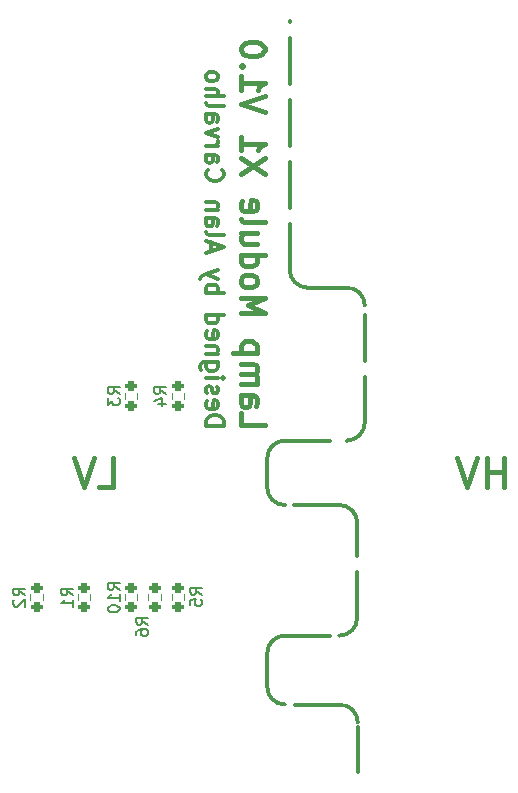
<source format=gbo>
G04 #@! TF.GenerationSoftware,KiCad,Pcbnew,7.0.8*
G04 #@! TF.CreationDate,2024-02-21T14:09:27-03:00*
G04 #@! TF.ProjectId,lamp_module,6c616d70-5f6d-46f6-9475-6c652e6b6963,1.0*
G04 #@! TF.SameCoordinates,Original*
G04 #@! TF.FileFunction,Legend,Bot*
G04 #@! TF.FilePolarity,Positive*
%FSLAX46Y46*%
G04 Gerber Fmt 4.6, Leading zero omitted, Abs format (unit mm)*
G04 Created by KiCad (PCBNEW 7.0.8) date 2024-02-21 14:09:27*
%MOMM*%
%LPD*%
G01*
G04 APERTURE LIST*
G04 Aperture macros list*
%AMRoundRect*
0 Rectangle with rounded corners*
0 $1 Rounding radius*
0 $2 $3 $4 $5 $6 $7 $8 $9 X,Y pos of 4 corners*
0 Add a 4 corners polygon primitive as box body*
4,1,4,$2,$3,$4,$5,$6,$7,$8,$9,$2,$3,0*
0 Add four circle primitives for the rounded corners*
1,1,$1+$1,$2,$3*
1,1,$1+$1,$4,$5*
1,1,$1+$1,$6,$7*
1,1,$1+$1,$8,$9*
0 Add four rect primitives between the rounded corners*
20,1,$1+$1,$2,$3,$4,$5,0*
20,1,$1+$1,$4,$5,$6,$7,0*
20,1,$1+$1,$6,$7,$8,$9,0*
20,1,$1+$1,$8,$9,$2,$3,0*%
G04 Aperture macros list end*
%ADD10C,0.350000*%
%ADD11C,0.400000*%
%ADD12C,0.300000*%
%ADD13C,0.150000*%
%ADD14C,0.120000*%
%ADD15C,2.500000*%
%ADD16R,3.000000X3.000000*%
%ADD17C,3.000000*%
%ADD18C,1.600000*%
%ADD19O,1.600000X1.600000*%
%ADD20R,1.600000X1.600000*%
%ADD21C,2.400000*%
%ADD22R,1.700000X1.700000*%
%ADD23O,1.700000X1.700000*%
%ADD24R,2.300000X2.000000*%
%ADD25C,2.300000*%
%ADD26RoundRect,0.200000X0.275000X-0.200000X0.275000X0.200000X-0.275000X0.200000X-0.275000X-0.200000X0*%
%ADD27RoundRect,0.200000X-0.275000X0.200000X-0.275000X-0.200000X0.275000X-0.200000X0.275000X0.200000X0*%
G04 APERTURE END LIST*
D10*
X154293457Y-126955793D02*
X150443457Y-126956546D01*
X150030750Y-90150250D02*
G75*
G03*
X151530750Y-91650250I1500050J50D01*
G01*
X156380750Y-103104250D02*
X156380750Y-99254250D01*
X156380750Y-97854250D02*
X156380750Y-94004250D01*
X149625750Y-104604250D02*
X153475750Y-104604250D01*
X154875750Y-104604250D02*
X154880750Y-104604250D01*
X149625750Y-121114250D02*
G75*
G03*
X148125750Y-122614250I50J-1500050D01*
G01*
X155745750Y-119614250D02*
X155745750Y-115764250D01*
X155745750Y-114364250D02*
X155745750Y-111565250D01*
X156380750Y-93150250D02*
G75*
G03*
X154880750Y-91650250I-1500050J-50D01*
G01*
X155745750Y-111565250D02*
G75*
G03*
X154245750Y-110065250I-1500050J-50D01*
G01*
X154880750Y-104604250D02*
G75*
G03*
X156380750Y-103104250I-50J1500050D01*
G01*
X150030750Y-90150250D02*
X150030750Y-86300250D01*
X150030750Y-84900250D02*
X150030750Y-81050250D01*
X150030750Y-79650250D02*
X150030750Y-75800250D01*
X150030750Y-74400250D02*
X150030750Y-70550250D01*
X150030750Y-69150250D02*
X150030750Y-69044250D01*
X148125694Y-125456706D02*
G75*
G03*
X149626044Y-126956706I1500006J6D01*
G01*
X155793807Y-128455793D02*
G75*
G03*
X154293457Y-126955793I-1500007J-7D01*
G01*
X154245750Y-121114250D02*
G75*
G03*
X155745750Y-119614250I-50J1500050D01*
G01*
X149625750Y-121114250D02*
X153475750Y-121114250D01*
X154245750Y-110065250D02*
X150395750Y-110065250D01*
X154880750Y-91650250D02*
X151530750Y-91650250D01*
X148125750Y-108565250D02*
G75*
G03*
X149625750Y-110065250I1500050J50D01*
G01*
X148125750Y-108565250D02*
X148125750Y-106104250D01*
X148125750Y-125456706D02*
X148125750Y-122614250D01*
X149625750Y-104604250D02*
G75*
G03*
X148125750Y-106104250I50J-1500050D01*
G01*
X155793750Y-132671250D02*
X155793750Y-128821250D01*
D11*
X133901618Y-108577747D02*
X135092094Y-108577747D01*
X135092094Y-108577747D02*
X135092094Y-106077747D01*
X133425427Y-106077747D02*
X132592094Y-108577747D01*
X132592094Y-108577747D02*
X131758761Y-106077747D01*
X145907561Y-102312477D02*
X145907561Y-103264858D01*
X145907561Y-103264858D02*
X147907561Y-103264858D01*
X145907561Y-100788667D02*
X146955180Y-100788667D01*
X146955180Y-100788667D02*
X147145657Y-100883905D01*
X147145657Y-100883905D02*
X147240895Y-101074381D01*
X147240895Y-101074381D02*
X147240895Y-101455334D01*
X147240895Y-101455334D02*
X147145657Y-101645810D01*
X146002800Y-100788667D02*
X145907561Y-100979143D01*
X145907561Y-100979143D02*
X145907561Y-101455334D01*
X145907561Y-101455334D02*
X146002800Y-101645810D01*
X146002800Y-101645810D02*
X146193276Y-101741048D01*
X146193276Y-101741048D02*
X146383752Y-101741048D01*
X146383752Y-101741048D02*
X146574228Y-101645810D01*
X146574228Y-101645810D02*
X146669466Y-101455334D01*
X146669466Y-101455334D02*
X146669466Y-100979143D01*
X146669466Y-100979143D02*
X146764704Y-100788667D01*
X145907561Y-99836286D02*
X147240895Y-99836286D01*
X147050419Y-99836286D02*
X147145657Y-99741048D01*
X147145657Y-99741048D02*
X147240895Y-99550572D01*
X147240895Y-99550572D02*
X147240895Y-99264857D01*
X147240895Y-99264857D02*
X147145657Y-99074381D01*
X147145657Y-99074381D02*
X146955180Y-98979143D01*
X146955180Y-98979143D02*
X145907561Y-98979143D01*
X146955180Y-98979143D02*
X147145657Y-98883905D01*
X147145657Y-98883905D02*
X147240895Y-98693429D01*
X147240895Y-98693429D02*
X147240895Y-98407715D01*
X147240895Y-98407715D02*
X147145657Y-98217238D01*
X147145657Y-98217238D02*
X146955180Y-98122000D01*
X146955180Y-98122000D02*
X145907561Y-98122000D01*
X147240895Y-97169619D02*
X145240895Y-97169619D01*
X147145657Y-97169619D02*
X147240895Y-96979143D01*
X147240895Y-96979143D02*
X147240895Y-96598190D01*
X147240895Y-96598190D02*
X147145657Y-96407714D01*
X147145657Y-96407714D02*
X147050419Y-96312476D01*
X147050419Y-96312476D02*
X146859942Y-96217238D01*
X146859942Y-96217238D02*
X146288514Y-96217238D01*
X146288514Y-96217238D02*
X146098038Y-96312476D01*
X146098038Y-96312476D02*
X146002800Y-96407714D01*
X146002800Y-96407714D02*
X145907561Y-96598190D01*
X145907561Y-96598190D02*
X145907561Y-96979143D01*
X145907561Y-96979143D02*
X146002800Y-97169619D01*
X145907561Y-93836285D02*
X147907561Y-93836285D01*
X147907561Y-93836285D02*
X146478990Y-93169618D01*
X146478990Y-93169618D02*
X147907561Y-92502952D01*
X147907561Y-92502952D02*
X145907561Y-92502952D01*
X145907561Y-91264857D02*
X146002800Y-91455333D01*
X146002800Y-91455333D02*
X146098038Y-91550571D01*
X146098038Y-91550571D02*
X146288514Y-91645809D01*
X146288514Y-91645809D02*
X146859942Y-91645809D01*
X146859942Y-91645809D02*
X147050419Y-91550571D01*
X147050419Y-91550571D02*
X147145657Y-91455333D01*
X147145657Y-91455333D02*
X147240895Y-91264857D01*
X147240895Y-91264857D02*
X147240895Y-90979142D01*
X147240895Y-90979142D02*
X147145657Y-90788666D01*
X147145657Y-90788666D02*
X147050419Y-90693428D01*
X147050419Y-90693428D02*
X146859942Y-90598190D01*
X146859942Y-90598190D02*
X146288514Y-90598190D01*
X146288514Y-90598190D02*
X146098038Y-90693428D01*
X146098038Y-90693428D02*
X146002800Y-90788666D01*
X146002800Y-90788666D02*
X145907561Y-90979142D01*
X145907561Y-90979142D02*
X145907561Y-91264857D01*
X145907561Y-88883904D02*
X147907561Y-88883904D01*
X146002800Y-88883904D02*
X145907561Y-89074380D01*
X145907561Y-89074380D02*
X145907561Y-89455333D01*
X145907561Y-89455333D02*
X146002800Y-89645809D01*
X146002800Y-89645809D02*
X146098038Y-89741047D01*
X146098038Y-89741047D02*
X146288514Y-89836285D01*
X146288514Y-89836285D02*
X146859942Y-89836285D01*
X146859942Y-89836285D02*
X147050419Y-89741047D01*
X147050419Y-89741047D02*
X147145657Y-89645809D01*
X147145657Y-89645809D02*
X147240895Y-89455333D01*
X147240895Y-89455333D02*
X147240895Y-89074380D01*
X147240895Y-89074380D02*
X147145657Y-88883904D01*
X147240895Y-87074380D02*
X145907561Y-87074380D01*
X147240895Y-87931523D02*
X146193276Y-87931523D01*
X146193276Y-87931523D02*
X146002800Y-87836285D01*
X146002800Y-87836285D02*
X145907561Y-87645809D01*
X145907561Y-87645809D02*
X145907561Y-87360094D01*
X145907561Y-87360094D02*
X146002800Y-87169618D01*
X146002800Y-87169618D02*
X146098038Y-87074380D01*
X145907561Y-85836285D02*
X146002800Y-86026761D01*
X146002800Y-86026761D02*
X146193276Y-86121999D01*
X146193276Y-86121999D02*
X147907561Y-86121999D01*
X146002800Y-84312475D02*
X145907561Y-84502951D01*
X145907561Y-84502951D02*
X145907561Y-84883904D01*
X145907561Y-84883904D02*
X146002800Y-85074380D01*
X146002800Y-85074380D02*
X146193276Y-85169618D01*
X146193276Y-85169618D02*
X146955180Y-85169618D01*
X146955180Y-85169618D02*
X147145657Y-85074380D01*
X147145657Y-85074380D02*
X147240895Y-84883904D01*
X147240895Y-84883904D02*
X147240895Y-84502951D01*
X147240895Y-84502951D02*
X147145657Y-84312475D01*
X147145657Y-84312475D02*
X146955180Y-84217237D01*
X146955180Y-84217237D02*
X146764704Y-84217237D01*
X146764704Y-84217237D02*
X146574228Y-85169618D01*
X147907561Y-82026760D02*
X145907561Y-80693427D01*
X147907561Y-80693427D02*
X145907561Y-82026760D01*
X145907561Y-78883903D02*
X145907561Y-80026760D01*
X145907561Y-79455332D02*
X147907561Y-79455332D01*
X147907561Y-79455332D02*
X147621847Y-79645808D01*
X147621847Y-79645808D02*
X147431371Y-79836284D01*
X147431371Y-79836284D02*
X147336133Y-80026760D01*
X147907561Y-76788664D02*
X145907561Y-76121998D01*
X145907561Y-76121998D02*
X147907561Y-75455331D01*
X145907561Y-73741045D02*
X145907561Y-74883902D01*
X145907561Y-74312474D02*
X147907561Y-74312474D01*
X147907561Y-74312474D02*
X147621847Y-74502950D01*
X147621847Y-74502950D02*
X147431371Y-74693426D01*
X147431371Y-74693426D02*
X147336133Y-74883902D01*
X146098038Y-72883902D02*
X146002800Y-72788664D01*
X146002800Y-72788664D02*
X145907561Y-72883902D01*
X145907561Y-72883902D02*
X146002800Y-72979140D01*
X146002800Y-72979140D02*
X146098038Y-72883902D01*
X146098038Y-72883902D02*
X145907561Y-72883902D01*
X147907561Y-71550569D02*
X147907561Y-71360092D01*
X147907561Y-71360092D02*
X147812323Y-71169616D01*
X147812323Y-71169616D02*
X147717085Y-71074378D01*
X147717085Y-71074378D02*
X147526609Y-70979140D01*
X147526609Y-70979140D02*
X147145657Y-70883902D01*
X147145657Y-70883902D02*
X146669466Y-70883902D01*
X146669466Y-70883902D02*
X146288514Y-70979140D01*
X146288514Y-70979140D02*
X146098038Y-71074378D01*
X146098038Y-71074378D02*
X146002800Y-71169616D01*
X146002800Y-71169616D02*
X145907561Y-71360092D01*
X145907561Y-71360092D02*
X145907561Y-71550569D01*
X145907561Y-71550569D02*
X146002800Y-71741045D01*
X146002800Y-71741045D02*
X146098038Y-71836283D01*
X146098038Y-71836283D02*
X146288514Y-71931521D01*
X146288514Y-71931521D02*
X146669466Y-72026759D01*
X146669466Y-72026759D02*
X147145657Y-72026759D01*
X147145657Y-72026759D02*
X147526609Y-71931521D01*
X147526609Y-71931521D02*
X147717085Y-71836283D01*
X147717085Y-71836283D02*
X147812323Y-71741045D01*
X147812323Y-71741045D02*
X147907561Y-71550569D01*
X168155713Y-108577747D02*
X168155713Y-106077747D01*
X168155713Y-107268223D02*
X166727142Y-107268223D01*
X166727142Y-108577747D02*
X166727142Y-106077747D01*
X165893808Y-106077747D02*
X165060475Y-108577747D01*
X165060475Y-108577747D02*
X164227142Y-106077747D01*
D12*
X142947171Y-103331489D02*
X144447171Y-103331489D01*
X144447171Y-103331489D02*
X144447171Y-102974346D01*
X144447171Y-102974346D02*
X144375742Y-102760060D01*
X144375742Y-102760060D02*
X144232885Y-102617203D01*
X144232885Y-102617203D02*
X144090028Y-102545774D01*
X144090028Y-102545774D02*
X143804314Y-102474346D01*
X143804314Y-102474346D02*
X143590028Y-102474346D01*
X143590028Y-102474346D02*
X143304314Y-102545774D01*
X143304314Y-102545774D02*
X143161457Y-102617203D01*
X143161457Y-102617203D02*
X143018600Y-102760060D01*
X143018600Y-102760060D02*
X142947171Y-102974346D01*
X142947171Y-102974346D02*
X142947171Y-103331489D01*
X143018600Y-101260060D02*
X142947171Y-101402917D01*
X142947171Y-101402917D02*
X142947171Y-101688632D01*
X142947171Y-101688632D02*
X143018600Y-101831489D01*
X143018600Y-101831489D02*
X143161457Y-101902917D01*
X143161457Y-101902917D02*
X143732885Y-101902917D01*
X143732885Y-101902917D02*
X143875742Y-101831489D01*
X143875742Y-101831489D02*
X143947171Y-101688632D01*
X143947171Y-101688632D02*
X143947171Y-101402917D01*
X143947171Y-101402917D02*
X143875742Y-101260060D01*
X143875742Y-101260060D02*
X143732885Y-101188632D01*
X143732885Y-101188632D02*
X143590028Y-101188632D01*
X143590028Y-101188632D02*
X143447171Y-101902917D01*
X143018600Y-100617203D02*
X142947171Y-100474346D01*
X142947171Y-100474346D02*
X142947171Y-100188632D01*
X142947171Y-100188632D02*
X143018600Y-100045775D01*
X143018600Y-100045775D02*
X143161457Y-99974346D01*
X143161457Y-99974346D02*
X143232885Y-99974346D01*
X143232885Y-99974346D02*
X143375742Y-100045775D01*
X143375742Y-100045775D02*
X143447171Y-100188632D01*
X143447171Y-100188632D02*
X143447171Y-100402918D01*
X143447171Y-100402918D02*
X143518600Y-100545775D01*
X143518600Y-100545775D02*
X143661457Y-100617203D01*
X143661457Y-100617203D02*
X143732885Y-100617203D01*
X143732885Y-100617203D02*
X143875742Y-100545775D01*
X143875742Y-100545775D02*
X143947171Y-100402918D01*
X143947171Y-100402918D02*
X143947171Y-100188632D01*
X143947171Y-100188632D02*
X143875742Y-100045775D01*
X142947171Y-99331489D02*
X143947171Y-99331489D01*
X144447171Y-99331489D02*
X144375742Y-99402917D01*
X144375742Y-99402917D02*
X144304314Y-99331489D01*
X144304314Y-99331489D02*
X144375742Y-99260060D01*
X144375742Y-99260060D02*
X144447171Y-99331489D01*
X144447171Y-99331489D02*
X144304314Y-99331489D01*
X143947171Y-97974346D02*
X142732885Y-97974346D01*
X142732885Y-97974346D02*
X142590028Y-98045774D01*
X142590028Y-98045774D02*
X142518600Y-98117203D01*
X142518600Y-98117203D02*
X142447171Y-98260060D01*
X142447171Y-98260060D02*
X142447171Y-98474346D01*
X142447171Y-98474346D02*
X142518600Y-98617203D01*
X143018600Y-97974346D02*
X142947171Y-98117203D01*
X142947171Y-98117203D02*
X142947171Y-98402917D01*
X142947171Y-98402917D02*
X143018600Y-98545774D01*
X143018600Y-98545774D02*
X143090028Y-98617203D01*
X143090028Y-98617203D02*
X143232885Y-98688631D01*
X143232885Y-98688631D02*
X143661457Y-98688631D01*
X143661457Y-98688631D02*
X143804314Y-98617203D01*
X143804314Y-98617203D02*
X143875742Y-98545774D01*
X143875742Y-98545774D02*
X143947171Y-98402917D01*
X143947171Y-98402917D02*
X143947171Y-98117203D01*
X143947171Y-98117203D02*
X143875742Y-97974346D01*
X143947171Y-97260060D02*
X142947171Y-97260060D01*
X143804314Y-97260060D02*
X143875742Y-97188631D01*
X143875742Y-97188631D02*
X143947171Y-97045774D01*
X143947171Y-97045774D02*
X143947171Y-96831488D01*
X143947171Y-96831488D02*
X143875742Y-96688631D01*
X143875742Y-96688631D02*
X143732885Y-96617203D01*
X143732885Y-96617203D02*
X142947171Y-96617203D01*
X143018600Y-95331488D02*
X142947171Y-95474345D01*
X142947171Y-95474345D02*
X142947171Y-95760060D01*
X142947171Y-95760060D02*
X143018600Y-95902917D01*
X143018600Y-95902917D02*
X143161457Y-95974345D01*
X143161457Y-95974345D02*
X143732885Y-95974345D01*
X143732885Y-95974345D02*
X143875742Y-95902917D01*
X143875742Y-95902917D02*
X143947171Y-95760060D01*
X143947171Y-95760060D02*
X143947171Y-95474345D01*
X143947171Y-95474345D02*
X143875742Y-95331488D01*
X143875742Y-95331488D02*
X143732885Y-95260060D01*
X143732885Y-95260060D02*
X143590028Y-95260060D01*
X143590028Y-95260060D02*
X143447171Y-95974345D01*
X142947171Y-93974346D02*
X144447171Y-93974346D01*
X143018600Y-93974346D02*
X142947171Y-94117203D01*
X142947171Y-94117203D02*
X142947171Y-94402917D01*
X142947171Y-94402917D02*
X143018600Y-94545774D01*
X143018600Y-94545774D02*
X143090028Y-94617203D01*
X143090028Y-94617203D02*
X143232885Y-94688631D01*
X143232885Y-94688631D02*
X143661457Y-94688631D01*
X143661457Y-94688631D02*
X143804314Y-94617203D01*
X143804314Y-94617203D02*
X143875742Y-94545774D01*
X143875742Y-94545774D02*
X143947171Y-94402917D01*
X143947171Y-94402917D02*
X143947171Y-94117203D01*
X143947171Y-94117203D02*
X143875742Y-93974346D01*
X142947171Y-92117203D02*
X144447171Y-92117203D01*
X143875742Y-92117203D02*
X143947171Y-91974346D01*
X143947171Y-91974346D02*
X143947171Y-91688631D01*
X143947171Y-91688631D02*
X143875742Y-91545774D01*
X143875742Y-91545774D02*
X143804314Y-91474346D01*
X143804314Y-91474346D02*
X143661457Y-91402917D01*
X143661457Y-91402917D02*
X143232885Y-91402917D01*
X143232885Y-91402917D02*
X143090028Y-91474346D01*
X143090028Y-91474346D02*
X143018600Y-91545774D01*
X143018600Y-91545774D02*
X142947171Y-91688631D01*
X142947171Y-91688631D02*
X142947171Y-91974346D01*
X142947171Y-91974346D02*
X143018600Y-92117203D01*
X143947171Y-90902917D02*
X142947171Y-90545774D01*
X143947171Y-90188631D02*
X142947171Y-90545774D01*
X142947171Y-90545774D02*
X142590028Y-90688631D01*
X142590028Y-90688631D02*
X142518600Y-90760060D01*
X142518600Y-90760060D02*
X142447171Y-90902917D01*
X143375742Y-88545774D02*
X143375742Y-87831489D01*
X142947171Y-88688631D02*
X144447171Y-88188631D01*
X144447171Y-88188631D02*
X142947171Y-87688631D01*
X142947171Y-86974346D02*
X143018600Y-87117203D01*
X143018600Y-87117203D02*
X143161457Y-87188632D01*
X143161457Y-87188632D02*
X144447171Y-87188632D01*
X142947171Y-85760061D02*
X143732885Y-85760061D01*
X143732885Y-85760061D02*
X143875742Y-85831489D01*
X143875742Y-85831489D02*
X143947171Y-85974346D01*
X143947171Y-85974346D02*
X143947171Y-86260061D01*
X143947171Y-86260061D02*
X143875742Y-86402918D01*
X143018600Y-85760061D02*
X142947171Y-85902918D01*
X142947171Y-85902918D02*
X142947171Y-86260061D01*
X142947171Y-86260061D02*
X143018600Y-86402918D01*
X143018600Y-86402918D02*
X143161457Y-86474346D01*
X143161457Y-86474346D02*
X143304314Y-86474346D01*
X143304314Y-86474346D02*
X143447171Y-86402918D01*
X143447171Y-86402918D02*
X143518600Y-86260061D01*
X143518600Y-86260061D02*
X143518600Y-85902918D01*
X143518600Y-85902918D02*
X143590028Y-85760061D01*
X143947171Y-85045775D02*
X142947171Y-85045775D01*
X143804314Y-85045775D02*
X143875742Y-84974346D01*
X143875742Y-84974346D02*
X143947171Y-84831489D01*
X143947171Y-84831489D02*
X143947171Y-84617203D01*
X143947171Y-84617203D02*
X143875742Y-84474346D01*
X143875742Y-84474346D02*
X143732885Y-84402918D01*
X143732885Y-84402918D02*
X142947171Y-84402918D01*
X143090028Y-81688632D02*
X143018600Y-81760060D01*
X143018600Y-81760060D02*
X142947171Y-81974346D01*
X142947171Y-81974346D02*
X142947171Y-82117203D01*
X142947171Y-82117203D02*
X143018600Y-82331489D01*
X143018600Y-82331489D02*
X143161457Y-82474346D01*
X143161457Y-82474346D02*
X143304314Y-82545775D01*
X143304314Y-82545775D02*
X143590028Y-82617203D01*
X143590028Y-82617203D02*
X143804314Y-82617203D01*
X143804314Y-82617203D02*
X144090028Y-82545775D01*
X144090028Y-82545775D02*
X144232885Y-82474346D01*
X144232885Y-82474346D02*
X144375742Y-82331489D01*
X144375742Y-82331489D02*
X144447171Y-82117203D01*
X144447171Y-82117203D02*
X144447171Y-81974346D01*
X144447171Y-81974346D02*
X144375742Y-81760060D01*
X144375742Y-81760060D02*
X144304314Y-81688632D01*
X142947171Y-80402918D02*
X143732885Y-80402918D01*
X143732885Y-80402918D02*
X143875742Y-80474346D01*
X143875742Y-80474346D02*
X143947171Y-80617203D01*
X143947171Y-80617203D02*
X143947171Y-80902918D01*
X143947171Y-80902918D02*
X143875742Y-81045775D01*
X143018600Y-80402918D02*
X142947171Y-80545775D01*
X142947171Y-80545775D02*
X142947171Y-80902918D01*
X142947171Y-80902918D02*
X143018600Y-81045775D01*
X143018600Y-81045775D02*
X143161457Y-81117203D01*
X143161457Y-81117203D02*
X143304314Y-81117203D01*
X143304314Y-81117203D02*
X143447171Y-81045775D01*
X143447171Y-81045775D02*
X143518600Y-80902918D01*
X143518600Y-80902918D02*
X143518600Y-80545775D01*
X143518600Y-80545775D02*
X143590028Y-80402918D01*
X142947171Y-79688632D02*
X143947171Y-79688632D01*
X143661457Y-79688632D02*
X143804314Y-79617203D01*
X143804314Y-79617203D02*
X143875742Y-79545775D01*
X143875742Y-79545775D02*
X143947171Y-79402917D01*
X143947171Y-79402917D02*
X143947171Y-79260060D01*
X143947171Y-78902918D02*
X142947171Y-78545775D01*
X142947171Y-78545775D02*
X143947171Y-78188632D01*
X142947171Y-76974347D02*
X143732885Y-76974347D01*
X143732885Y-76974347D02*
X143875742Y-77045775D01*
X143875742Y-77045775D02*
X143947171Y-77188632D01*
X143947171Y-77188632D02*
X143947171Y-77474347D01*
X143947171Y-77474347D02*
X143875742Y-77617204D01*
X143018600Y-76974347D02*
X142947171Y-77117204D01*
X142947171Y-77117204D02*
X142947171Y-77474347D01*
X142947171Y-77474347D02*
X143018600Y-77617204D01*
X143018600Y-77617204D02*
X143161457Y-77688632D01*
X143161457Y-77688632D02*
X143304314Y-77688632D01*
X143304314Y-77688632D02*
X143447171Y-77617204D01*
X143447171Y-77617204D02*
X143518600Y-77474347D01*
X143518600Y-77474347D02*
X143518600Y-77117204D01*
X143518600Y-77117204D02*
X143590028Y-76974347D01*
X142947171Y-76045775D02*
X143018600Y-76188632D01*
X143018600Y-76188632D02*
X143161457Y-76260061D01*
X143161457Y-76260061D02*
X144447171Y-76260061D01*
X142947171Y-75474347D02*
X144447171Y-75474347D01*
X142947171Y-74831490D02*
X143732885Y-74831490D01*
X143732885Y-74831490D02*
X143875742Y-74902918D01*
X143875742Y-74902918D02*
X143947171Y-75045775D01*
X143947171Y-75045775D02*
X143947171Y-75260061D01*
X143947171Y-75260061D02*
X143875742Y-75402918D01*
X143875742Y-75402918D02*
X143804314Y-75474347D01*
X142947171Y-73902918D02*
X143018600Y-74045775D01*
X143018600Y-74045775D02*
X143090028Y-74117204D01*
X143090028Y-74117204D02*
X143232885Y-74188632D01*
X143232885Y-74188632D02*
X143661457Y-74188632D01*
X143661457Y-74188632D02*
X143804314Y-74117204D01*
X143804314Y-74117204D02*
X143875742Y-74045775D01*
X143875742Y-74045775D02*
X143947171Y-73902918D01*
X143947171Y-73902918D02*
X143947171Y-73688632D01*
X143947171Y-73688632D02*
X143875742Y-73545775D01*
X143875742Y-73545775D02*
X143804314Y-73474347D01*
X143804314Y-73474347D02*
X143661457Y-73402918D01*
X143661457Y-73402918D02*
X143232885Y-73402918D01*
X143232885Y-73402918D02*
X143090028Y-73474347D01*
X143090028Y-73474347D02*
X143018600Y-73545775D01*
X143018600Y-73545775D02*
X142947171Y-73688632D01*
X142947171Y-73688632D02*
X142947171Y-73902918D01*
D13*
X138039569Y-120185583D02*
X137563378Y-119852250D01*
X138039569Y-119614155D02*
X137039569Y-119614155D01*
X137039569Y-119614155D02*
X137039569Y-119995107D01*
X137039569Y-119995107D02*
X137087188Y-120090345D01*
X137087188Y-120090345D02*
X137134807Y-120137964D01*
X137134807Y-120137964D02*
X137230045Y-120185583D01*
X137230045Y-120185583D02*
X137372902Y-120185583D01*
X137372902Y-120185583D02*
X137468140Y-120137964D01*
X137468140Y-120137964D02*
X137515759Y-120090345D01*
X137515759Y-120090345D02*
X137563378Y-119995107D01*
X137563378Y-119995107D02*
X137563378Y-119614155D01*
X137039569Y-121042726D02*
X137039569Y-120852250D01*
X137039569Y-120852250D02*
X137087188Y-120757012D01*
X137087188Y-120757012D02*
X137134807Y-120709393D01*
X137134807Y-120709393D02*
X137277664Y-120614155D01*
X137277664Y-120614155D02*
X137468140Y-120566536D01*
X137468140Y-120566536D02*
X137849092Y-120566536D01*
X137849092Y-120566536D02*
X137944330Y-120614155D01*
X137944330Y-120614155D02*
X137991950Y-120661774D01*
X137991950Y-120661774D02*
X138039569Y-120757012D01*
X138039569Y-120757012D02*
X138039569Y-120947488D01*
X138039569Y-120947488D02*
X137991950Y-121042726D01*
X137991950Y-121042726D02*
X137944330Y-121090345D01*
X137944330Y-121090345D02*
X137849092Y-121137964D01*
X137849092Y-121137964D02*
X137610997Y-121137964D01*
X137610997Y-121137964D02*
X137515759Y-121090345D01*
X137515759Y-121090345D02*
X137468140Y-121042726D01*
X137468140Y-121042726D02*
X137420521Y-120947488D01*
X137420521Y-120947488D02*
X137420521Y-120757012D01*
X137420521Y-120757012D02*
X137468140Y-120661774D01*
X137468140Y-120661774D02*
X137515759Y-120614155D01*
X137515759Y-120614155D02*
X137610997Y-120566536D01*
X135626569Y-117232392D02*
X135150378Y-116899059D01*
X135626569Y-116660964D02*
X134626569Y-116660964D01*
X134626569Y-116660964D02*
X134626569Y-117041916D01*
X134626569Y-117041916D02*
X134674188Y-117137154D01*
X134674188Y-117137154D02*
X134721807Y-117184773D01*
X134721807Y-117184773D02*
X134817045Y-117232392D01*
X134817045Y-117232392D02*
X134959902Y-117232392D01*
X134959902Y-117232392D02*
X135055140Y-117184773D01*
X135055140Y-117184773D02*
X135102759Y-117137154D01*
X135102759Y-117137154D02*
X135150378Y-117041916D01*
X135150378Y-117041916D02*
X135150378Y-116660964D01*
X135626569Y-118184773D02*
X135626569Y-117613345D01*
X135626569Y-117899059D02*
X134626569Y-117899059D01*
X134626569Y-117899059D02*
X134769426Y-117803821D01*
X134769426Y-117803821D02*
X134864664Y-117708583D01*
X134864664Y-117708583D02*
X134912283Y-117613345D01*
X134626569Y-118803821D02*
X134626569Y-118899059D01*
X134626569Y-118899059D02*
X134674188Y-118994297D01*
X134674188Y-118994297D02*
X134721807Y-119041916D01*
X134721807Y-119041916D02*
X134817045Y-119089535D01*
X134817045Y-119089535D02*
X135007521Y-119137154D01*
X135007521Y-119137154D02*
X135245616Y-119137154D01*
X135245616Y-119137154D02*
X135436092Y-119089535D01*
X135436092Y-119089535D02*
X135531330Y-119041916D01*
X135531330Y-119041916D02*
X135578950Y-118994297D01*
X135578950Y-118994297D02*
X135626569Y-118899059D01*
X135626569Y-118899059D02*
X135626569Y-118803821D01*
X135626569Y-118803821D02*
X135578950Y-118708583D01*
X135578950Y-118708583D02*
X135531330Y-118660964D01*
X135531330Y-118660964D02*
X135436092Y-118613345D01*
X135436092Y-118613345D02*
X135245616Y-118565726D01*
X135245616Y-118565726D02*
X135007521Y-118565726D01*
X135007521Y-118565726D02*
X134817045Y-118613345D01*
X134817045Y-118613345D02*
X134721807Y-118660964D01*
X134721807Y-118660964D02*
X134674188Y-118708583D01*
X134674188Y-118708583D02*
X134626569Y-118803821D01*
X127625569Y-117708583D02*
X127149378Y-117375250D01*
X127625569Y-117137155D02*
X126625569Y-117137155D01*
X126625569Y-117137155D02*
X126625569Y-117518107D01*
X126625569Y-117518107D02*
X126673188Y-117613345D01*
X126673188Y-117613345D02*
X126720807Y-117660964D01*
X126720807Y-117660964D02*
X126816045Y-117708583D01*
X126816045Y-117708583D02*
X126958902Y-117708583D01*
X126958902Y-117708583D02*
X127054140Y-117660964D01*
X127054140Y-117660964D02*
X127101759Y-117613345D01*
X127101759Y-117613345D02*
X127149378Y-117518107D01*
X127149378Y-117518107D02*
X127149378Y-117137155D01*
X126720807Y-118089536D02*
X126673188Y-118137155D01*
X126673188Y-118137155D02*
X126625569Y-118232393D01*
X126625569Y-118232393D02*
X126625569Y-118470488D01*
X126625569Y-118470488D02*
X126673188Y-118565726D01*
X126673188Y-118565726D02*
X126720807Y-118613345D01*
X126720807Y-118613345D02*
X126816045Y-118660964D01*
X126816045Y-118660964D02*
X126911283Y-118660964D01*
X126911283Y-118660964D02*
X127054140Y-118613345D01*
X127054140Y-118613345D02*
X127625569Y-118041917D01*
X127625569Y-118041917D02*
X127625569Y-118660964D01*
X142611569Y-117645583D02*
X142135378Y-117312250D01*
X142611569Y-117074155D02*
X141611569Y-117074155D01*
X141611569Y-117074155D02*
X141611569Y-117455107D01*
X141611569Y-117455107D02*
X141659188Y-117550345D01*
X141659188Y-117550345D02*
X141706807Y-117597964D01*
X141706807Y-117597964D02*
X141802045Y-117645583D01*
X141802045Y-117645583D02*
X141944902Y-117645583D01*
X141944902Y-117645583D02*
X142040140Y-117597964D01*
X142040140Y-117597964D02*
X142087759Y-117550345D01*
X142087759Y-117550345D02*
X142135378Y-117455107D01*
X142135378Y-117455107D02*
X142135378Y-117074155D01*
X141611569Y-118550345D02*
X141611569Y-118074155D01*
X141611569Y-118074155D02*
X142087759Y-118026536D01*
X142087759Y-118026536D02*
X142040140Y-118074155D01*
X142040140Y-118074155D02*
X141992521Y-118169393D01*
X141992521Y-118169393D02*
X141992521Y-118407488D01*
X141992521Y-118407488D02*
X142040140Y-118502726D01*
X142040140Y-118502726D02*
X142087759Y-118550345D01*
X142087759Y-118550345D02*
X142182997Y-118597964D01*
X142182997Y-118597964D02*
X142421092Y-118597964D01*
X142421092Y-118597964D02*
X142516330Y-118550345D01*
X142516330Y-118550345D02*
X142563950Y-118502726D01*
X142563950Y-118502726D02*
X142611569Y-118407488D01*
X142611569Y-118407488D02*
X142611569Y-118169393D01*
X142611569Y-118169393D02*
X142563950Y-118074155D01*
X142563950Y-118074155D02*
X142516330Y-118026536D01*
X139563569Y-100658583D02*
X139087378Y-100325250D01*
X139563569Y-100087155D02*
X138563569Y-100087155D01*
X138563569Y-100087155D02*
X138563569Y-100468107D01*
X138563569Y-100468107D02*
X138611188Y-100563345D01*
X138611188Y-100563345D02*
X138658807Y-100610964D01*
X138658807Y-100610964D02*
X138754045Y-100658583D01*
X138754045Y-100658583D02*
X138896902Y-100658583D01*
X138896902Y-100658583D02*
X138992140Y-100610964D01*
X138992140Y-100610964D02*
X139039759Y-100563345D01*
X139039759Y-100563345D02*
X139087378Y-100468107D01*
X139087378Y-100468107D02*
X139087378Y-100087155D01*
X138896902Y-101515726D02*
X139563569Y-101515726D01*
X138515950Y-101277631D02*
X139230235Y-101039536D01*
X139230235Y-101039536D02*
X139230235Y-101658583D01*
X131689569Y-117708583D02*
X131213378Y-117375250D01*
X131689569Y-117137155D02*
X130689569Y-117137155D01*
X130689569Y-117137155D02*
X130689569Y-117518107D01*
X130689569Y-117518107D02*
X130737188Y-117613345D01*
X130737188Y-117613345D02*
X130784807Y-117660964D01*
X130784807Y-117660964D02*
X130880045Y-117708583D01*
X130880045Y-117708583D02*
X131022902Y-117708583D01*
X131022902Y-117708583D02*
X131118140Y-117660964D01*
X131118140Y-117660964D02*
X131165759Y-117613345D01*
X131165759Y-117613345D02*
X131213378Y-117518107D01*
X131213378Y-117518107D02*
X131213378Y-117137155D01*
X131689569Y-118660964D02*
X131689569Y-118089536D01*
X131689569Y-118375250D02*
X130689569Y-118375250D01*
X130689569Y-118375250D02*
X130832426Y-118280012D01*
X130832426Y-118280012D02*
X130927664Y-118184774D01*
X130927664Y-118184774D02*
X130975283Y-118089536D01*
X135626569Y-100658583D02*
X135150378Y-100325250D01*
X135626569Y-100087155D02*
X134626569Y-100087155D01*
X134626569Y-100087155D02*
X134626569Y-100468107D01*
X134626569Y-100468107D02*
X134674188Y-100563345D01*
X134674188Y-100563345D02*
X134721807Y-100610964D01*
X134721807Y-100610964D02*
X134817045Y-100658583D01*
X134817045Y-100658583D02*
X134959902Y-100658583D01*
X134959902Y-100658583D02*
X135055140Y-100610964D01*
X135055140Y-100610964D02*
X135102759Y-100563345D01*
X135102759Y-100563345D02*
X135150378Y-100468107D01*
X135150378Y-100468107D02*
X135150378Y-100087155D01*
X134626569Y-100991917D02*
X134626569Y-101610964D01*
X134626569Y-101610964D02*
X135007521Y-101277631D01*
X135007521Y-101277631D02*
X135007521Y-101420488D01*
X135007521Y-101420488D02*
X135055140Y-101515726D01*
X135055140Y-101515726D02*
X135102759Y-101563345D01*
X135102759Y-101563345D02*
X135197997Y-101610964D01*
X135197997Y-101610964D02*
X135436092Y-101610964D01*
X135436092Y-101610964D02*
X135531330Y-101563345D01*
X135531330Y-101563345D02*
X135578950Y-101515726D01*
X135578950Y-101515726D02*
X135626569Y-101420488D01*
X135626569Y-101420488D02*
X135626569Y-101134774D01*
X135626569Y-101134774D02*
X135578950Y-101039536D01*
X135578950Y-101039536D02*
X135531330Y-100991917D01*
D14*
X138077250Y-118112508D02*
X138077250Y-117637992D01*
X139122250Y-118112508D02*
X139122250Y-117637992D01*
X136077250Y-118112508D02*
X136077250Y-117637992D01*
X137122250Y-118112508D02*
X137122250Y-117637992D01*
X128077250Y-118112508D02*
X128077250Y-117637992D01*
X129122250Y-118112508D02*
X129122250Y-117637992D01*
X140077250Y-118112508D02*
X140077250Y-117637992D01*
X141122250Y-118112508D02*
X141122250Y-117637992D01*
X140077250Y-101062508D02*
X140077250Y-100587992D01*
X141122250Y-101062508D02*
X141122250Y-100587992D01*
X132077250Y-118112508D02*
X132077250Y-117637992D01*
X133122250Y-118112508D02*
X133122250Y-117637992D01*
X137122250Y-100587992D02*
X137122250Y-101062508D01*
X136077250Y-100587992D02*
X136077250Y-101062508D01*
%LPC*%
D15*
X177115750Y-71850250D03*
D16*
X175260000Y-85582250D03*
D17*
X175260000Y-80502250D03*
D15*
X122115750Y-129850250D03*
D18*
X164381750Y-92920250D03*
D19*
X177081750Y-92920250D03*
D17*
X150943750Y-107316250D03*
X165143750Y-101316250D03*
X165143750Y-113316250D03*
X152943750Y-113316250D03*
X152943750Y-101316250D03*
D16*
X175260000Y-123952000D03*
D17*
X175260000Y-118872000D03*
D20*
X176065750Y-99905250D03*
D18*
X172565750Y-99905250D03*
D17*
X150943750Y-124066250D03*
X165143750Y-118066250D03*
X165143750Y-130066250D03*
X152943750Y-130066250D03*
X152943750Y-118066250D03*
D15*
X122115750Y-71850250D03*
X177115750Y-129850250D03*
D21*
X165862000Y-86542250D03*
X165862000Y-71542250D03*
D22*
X121615750Y-84350250D03*
D23*
X121615750Y-86890250D03*
X121615750Y-89430250D03*
X121615750Y-91970250D03*
X121615750Y-94510250D03*
X121615750Y-97050250D03*
D24*
X157862250Y-82542250D03*
D25*
X157862250Y-77542250D03*
X128462250Y-87742250D03*
X128462250Y-72342250D03*
D26*
X138599750Y-118700250D03*
X138599750Y-117050250D03*
X136599750Y-118700250D03*
X136599750Y-117050250D03*
X128599750Y-118700250D03*
X128599750Y-117050250D03*
X140599750Y-118700250D03*
X140599750Y-117050250D03*
X140599750Y-101650250D03*
X140599750Y-100000250D03*
X132599750Y-118700250D03*
X132599750Y-117050250D03*
D27*
X136599750Y-100000250D03*
X136599750Y-101650250D03*
%LPD*%
M02*

</source>
